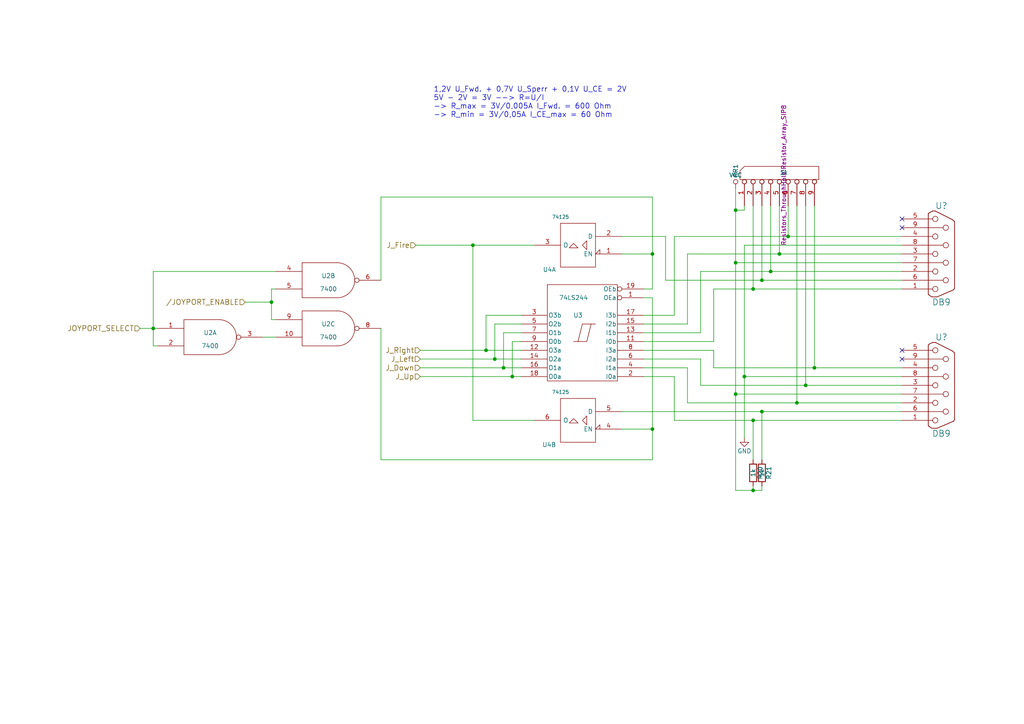
<source format=kicad_sch>
(kicad_sch (version 20211123) (generator eeschema)
  (paper "A4")
  (lib_symbols
    (symbol "io-rescue:7400" (pin_names (offset 0.762))
      (property "Reference" "U" (at 0 1.27 0))
      (property "Value" "7400" (at 0 -2.54 0))
      (symbol "7400_0_0"
        (pin power_in line (at -5.08 5.08 270) (length 0) hide (name "VCC") (number "14"))
        (pin power_in line (at -5.08 -5.08 90) (length 0) hide (name "GND") (number "7"))
      )
      (symbol "7400_0_1"
        (polyline (pts (xy 2.54 5.08) (xy -7.62 5.08) (xy -7.62 -5.08) (xy 2.54 -5.08)))
        (arc (start 2.54 -5.08) (mid 7.62 0) (end 2.54 5.08))
      )
      (symbol "7400_0_2"
        (arc (start -7.62 -5.08) (mid -5.2253 0) (end -7.62 5.08))
        (arc (start 0 -5.08) (mid 4.5408 -3.6305) (end 7.62 0))
        (polyline (pts (xy -7.62 -5.08) (xy 0 -5.08)))
        (polyline (pts (xy -7.62 5.08) (xy 0 5.08)))
        (arc (start 7.62 0) (mid 4.5343 3.6226) (end 0 5.08))
      )
      (symbol "7400_1_1"
        (pin input line (at -15.24 2.54 0) (length 7.62) (name "~") (number "1"))
        (pin input line (at -15.24 -2.54 0) (length 7.62) (name "~") (number "2"))
        (pin output inverted (at 15.24 0 180) (length 7.62) (name "~") (number "3"))
      )
      (symbol "7400_1_2"
        (pin input inverted (at -15.24 2.54 0) (length 9.398) (name "~") (number "1"))
        (pin input inverted (at -15.24 -2.54 0) (length 9.398) (name "~") (number "2"))
        (pin output line (at 15.24 0 180) (length 7.62) (name "~") (number "3"))
      )
      (symbol "7400_2_1"
        (pin input line (at -15.24 2.54 0) (length 7.62) (name "~") (number "4"))
        (pin input line (at -15.24 -2.54 0) (length 7.62) (name "~") (number "5"))
        (pin output inverted (at 15.24 0 180) (length 7.62) (name "~") (number "6"))
      )
      (symbol "7400_2_2"
        (pin input inverted (at -15.24 2.54 0) (length 9.398) (name "~") (number "4"))
        (pin input inverted (at -15.24 -2.54 0) (length 9.398) (name "~") (number "5"))
        (pin output line (at 15.24 0 180) (length 7.62) (name "~") (number "6"))
      )
      (symbol "7400_3_1"
        (pin input line (at -15.24 -2.54 0) (length 7.62) (name "~") (number "10"))
        (pin output inverted (at 15.24 0 180) (length 7.62) (name "~") (number "8"))
        (pin input line (at -15.24 2.54 0) (length 7.62) (name "~") (number "9"))
      )
      (symbol "7400_3_2"
        (pin input inverted (at -15.24 -2.54 0) (length 9.398) (name "~") (number "10"))
        (pin output line (at 15.24 0 180) (length 7.62) (name "~") (number "8"))
        (pin input inverted (at -15.24 2.54 0) (length 9.398) (name "~") (number "9"))
      )
      (symbol "7400_4_1"
        (pin output inverted (at 15.24 0 180) (length 7.62) (name "~") (number "11"))
        (pin input line (at -15.24 2.54 0) (length 7.62) (name "~") (number "12"))
        (pin input line (at -15.24 -2.54 0) (length 7.62) (name "~") (number "13"))
      )
      (symbol "7400_4_2"
        (pin output line (at 15.24 0 180) (length 7.62) (name "~") (number "11"))
        (pin input inverted (at -15.24 2.54 0) (length 9.398) (name "~") (number "12"))
        (pin input inverted (at -15.24 -2.54 0) (length 9.398) (name "~") (number "13"))
      )
    )
    (symbol "io-rescue:74125" (pin_names (offset 0.762))
      (property "Reference" "U" (at 6.35 6.35 0))
      (property "Value" "74125" (at 2.54 -7.62 0))
      (symbol "74125_0_1"
        (rectangle (start -5.08 6.35) (end 5.08 -6.35))
        (polyline (pts (xy -2.54 1.27) (xy -2.54 -1.27) (xy -1.27 0) (xy -2.54 1.27) (xy -2.54 1.27)))
        (polyline (pts (xy 0 0.762) (xy 2.54 0.762) (xy 1.27 -0.508) (xy 0 0.762) (xy 0 0.762)))
        (pin power_in line (at 0 6.35 270) (length 0) hide (name "VCC") (number "14"))
        (pin power_in line (at 0 -6.35 90) (length 0) hide (name "GND") (number "7"))
      )
      (symbol "74125_1_0"
        (pin input input_low (at -12.7 2.54 0) (length 7.62) (name "EN") (number "1"))
      )
      (symbol "74125_1_1"
        (pin input line (at -12.7 -2.54 0) (length 7.62) (name "D") (number "2"))
        (pin tri_state line (at 12.7 0 180) (length 7.62) (name "O") (number "3"))
      )
      (symbol "74125_2_0"
        (pin input input_low (at -12.7 2.54 0) (length 7.62) (name "EN") (number "4"))
      )
      (symbol "74125_2_1"
        (pin input line (at -12.7 -2.54 0) (length 7.62) (name "D") (number "5"))
        (pin tri_state line (at 12.7 0 180) (length 7.62) (name "O") (number "6"))
      )
      (symbol "74125_3_0"
        (pin input input_low (at -12.7 2.54 0) (length 7.62) (name "EN") (number "10"))
      )
      (symbol "74125_3_1"
        (pin tri_state line (at 12.7 0 180) (length 7.62) (name "O") (number "8"))
        (pin input line (at -12.7 -2.54 0) (length 7.62) (name "D") (number "9"))
      )
      (symbol "74125_4_0"
        (pin input input_low (at -12.7 2.54 0) (length 7.62) (name "EN") (number "13"))
      )
      (symbol "74125_4_1"
        (pin tri_state line (at 12.7 0 180) (length 7.62) (name "O") (number "11"))
        (pin input line (at -12.7 -2.54 0) (length 7.62) (name "D") (number "12"))
      )
    )
    (symbol "io-rescue:74LS244" (pin_names (offset 0.254))
      (property "Reference" "U" (at 1.27 -5.08 0))
      (property "Value" "74LS244" (at 2.54 -10.16 0))
      (symbol "74LS244_0_0"
        (pin power_in line (at -7.62 -13.97 90) (length 0) hide (name "GND") (number "10"))
        (pin power_in line (at -7.62 13.97 90) (length 0) hide (name "VCC") (number "20"))
      )
      (symbol "74LS244_0_1"
        (rectangle (start -10.16 13.97) (end 10.16 -13.97))
        (polyline (pts (xy 1.27 2.54) (xy 0 -2.54) (xy -2.54 -2.54)))
        (polyline (pts (xy 2.54 2.54) (xy -1.27 2.54) (xy -2.54 -2.54) (xy -3.81 -2.54)))
      )
      (symbol "74LS244_1_1"
        (pin input inverted (at -17.78 -10.16 0) (length 7.62) (name "OEa") (number "1"))
        (pin input line (at -17.78 2.54 0) (length 7.62) (name "I0b") (number "11"))
        (pin tri_state line (at 17.78 5.08 180) (length 7.62) (name "O3a") (number "12"))
        (pin input line (at -17.78 0 0) (length 7.62) (name "I1b") (number "13"))
        (pin tri_state line (at 17.78 7.62 180) (length 7.62) (name "O2a") (number "14"))
        (pin input line (at -17.78 -2.54 0) (length 7.62) (name "I2b") (number "15"))
        (pin tri_state line (at 17.78 10.16 180) (length 7.62) (name "O1a") (number "16"))
        (pin input line (at -17.78 -5.08 0) (length 7.62) (name "I3b") (number "17"))
        (pin tri_state line (at 17.78 12.7 180) (length 7.62) (name "O0a") (number "18"))
        (pin input inverted (at -17.78 -12.7 0) (length 7.62) (name "OEb") (number "19"))
        (pin input line (at -17.78 12.7 0) (length 7.62) (name "I0a") (number "2"))
        (pin tri_state line (at 17.78 -5.08 180) (length 7.62) (name "O3b") (number "3"))
        (pin input line (at -17.78 10.16 0) (length 7.62) (name "I1a") (number "4"))
        (pin tri_state line (at 17.78 -2.54 180) (length 7.62) (name "O2b") (number "5"))
        (pin input line (at -17.78 7.62 0) (length 7.62) (name "I2a") (number "6"))
        (pin tri_state line (at 17.78 0 180) (length 7.62) (name "O1b") (number "7"))
        (pin input line (at -17.78 5.08 0) (length 7.62) (name "I3a") (number "8"))
        (pin tri_state line (at 17.78 2.54 180) (length 7.62) (name "O0b") (number "9"))
      )
    )
    (symbol "io-rescue:DB9" (pin_names (offset 1.016) hide)
      (property "Reference" "J" (at 0 13.97 0))
      (property "Value" "DB9" (at 0 -13.97 0))
      (symbol "DB9_0_1"
        (circle (center -1.778 -10.16) (radius 0.762))
        (circle (center -1.778 -5.08) (radius 0.762))
        (circle (center -1.778 0) (radius 0.762))
        (circle (center -1.778 5.08) (radius 0.762))
        (circle (center -1.778 10.16) (radius 0.762))
        (polyline (pts (xy -3.81 -11.684) (xy -3.81 11.684)) (stroke (width 0.2032)))
        (polyline (pts (xy -3.81 -11.6586) (xy -3.556 -11.938)) (stroke (width 0.2032)))
        (polyline (pts (xy -3.81 -10.16) (xy -2.54 -10.16)))
        (polyline (pts (xy -3.81 -7.62) (xy 0.508 -7.62)))
        (polyline (pts (xy -3.81 -5.08) (xy -2.54 -5.08)))
        (polyline (pts (xy -3.81 -2.54) (xy 0.508 -2.54)))
        (polyline (pts (xy -3.81 0) (xy -2.54 0)))
        (polyline (pts (xy -3.81 2.54) (xy 0.508 2.54)))
        (polyline (pts (xy -3.81 5.08) (xy -2.54 5.08)))
        (polyline (pts (xy -3.81 7.62) (xy 0.508 7.62)))
        (polyline (pts (xy -3.81 10.16) (xy -2.54 10.16)))
        (polyline (pts (xy -3.556 -11.938) (xy -2.794 -12.446)) (stroke (width 0.2032)))
        (polyline (pts (xy -3.556 11.938) (xy -3.81 11.684)) (stroke (width 0.2032)))
        (polyline (pts (xy -3.556 11.938) (xy -2.54 12.446)) (stroke (width 0.2032)))
        (polyline (pts (xy -2.794 -12.446) (xy -1.27 -12.446)) (stroke (width 0.2032)))
        (polyline (pts (xy -2.54 12.446) (xy -1.778 12.446)) (stroke (width 0.2032)))
        (polyline (pts (xy 3.2766 9.906) (xy -1.778 12.446)) (stroke (width 0.2032)))
        (polyline (pts (xy 3.2766 9.906) (xy 3.81 9.398)) (stroke (width 0.2032)))
        (polyline (pts (xy 3.556 -10.3886) (xy -1.27 -12.446)) (stroke (width 0.2032)))
        (polyline (pts (xy 3.81 -9.906) (xy 3.556 -10.3886)) (stroke (width 0.2032)))
        (polyline (pts (xy 3.81 9.398) (xy 3.81 -9.906)) (stroke (width 0.2032)))
        (circle (center 1.27 -7.62) (radius 0.762))
        (circle (center 1.27 -2.54) (radius 0.762))
        (circle (center 1.27 2.54) (radius 0.762))
        (circle (center 1.27 7.62) (radius 0.762))
      )
      (symbol "DB9_1_1"
        (pin passive line (at -11.43 -10.16 0) (length 7.62) (name "1") (number "1"))
        (pin passive line (at -11.43 -5.08 0) (length 7.62) (name "2") (number "2"))
        (pin passive line (at -11.43 0 0) (length 7.62) (name "3") (number "3"))
        (pin passive line (at -11.43 5.08 0) (length 7.62) (name "4") (number "4"))
        (pin passive line (at -11.43 10.16 0) (length 7.62) (name "5") (number "5"))
        (pin passive line (at -11.43 -7.62 0) (length 7.62) (name "P6") (number "6"))
        (pin passive line (at -11.43 -2.54 0) (length 7.62) (name "P7") (number "7"))
        (pin passive line (at -11.43 2.54 0) (length 7.62) (name "P8") (number "8"))
        (pin passive line (at -11.43 7.62 0) (length 7.62) (name "P9") (number "9"))
      )
    )
    (symbol "io-rescue:GND" (power) (pin_names (offset 0))
      (property "Value" "GND" (at 0 -3.81 0))
      (symbol "GND_0_1"
        (polyline (pts (xy 0 0) (xy 0 -1.27) (xy 1.27 -1.27) (xy 0 -2.54) (xy -1.27 -1.27) (xy 0 -1.27)))
      )
      (symbol "GND_1_1"
        (pin power_in line (at 0 0 270) (length 0) hide (name "GND") (number "1"))
      )
    )
    (symbol "io-rescue:R" (pin_numbers hide) (pin_names (offset 0))
      (property "Reference" "R" (at 2.032 0 90))
      (property "Value" "R" (at 0 0 90))
      (symbol "R_0_1"
        (rectangle (start -1.016 -2.54) (end 1.016 2.54) (stroke (width 0.254)))
      )
      (symbol "R_1_1"
        (pin passive line (at 0 3.81 270) (length 1.27) (name "~") (number "1"))
        (pin passive line (at 0 -3.81 90) (length 1.27) (name "~") (number "2"))
      )
    )
    (symbol "io-rescue:RR8" (pin_names (offset 1.016) hide)
      (property "Reference" "RR" (at 1.27 13.97 0))
      (property "Value" "RR8" (at 0.762 0 90))
      (symbol "RR8_0_1"
        (polyline (pts (xy -1.27 -10.16) (xy -1.27 12.7) (xy 1.27 12.7) (xy 2.54 11.43) (xy 2.54 -10.16) (xy -1.27 -10.16)))
      )
      (symbol "RR8_1_1"
        (pin passive inverted (at -8.89 11.43 0) (length 7.62) (name "COM") (number "1"))
        (pin passive inverted (at -8.89 8.89 0) (length 7.62) (name "2") (number "2"))
        (pin passive inverted (at -8.89 6.35 0) (length 7.62) (name "3") (number "3"))
        (pin passive inverted (at -8.89 3.81 0) (length 7.62) (name "4") (number "4"))
        (pin passive inverted (at -8.89 1.27 0) (length 7.62) (name "5") (number "5"))
        (pin passive inverted (at -8.89 -1.27 0) (length 7.62) (name "6") (number "6"))
        (pin passive inverted (at -8.89 -3.81 0) (length 7.62) (name "7") (number "7"))
        (pin passive inverted (at -8.89 -6.35 0) (length 7.62) (name "8") (number "8"))
        (pin passive inverted (at -8.89 -8.89 0) (length 7.62) (name "9") (number "9"))
      )
    )
    (symbol "io-rescue:VCC" (power) (pin_names (offset 0))
      (property "Value" "VCC" (at 0 3.81 0))
      (symbol "VCC_0_1"
        (polyline (pts (xy 0 0) (xy 0 1.27)))
        (circle (center 0 1.905) (radius 0.635))
      )
      (symbol "VCC_1_1"
        (pin power_in line (at 0 0 90) (length 0) hide (name "VCC") (number "1"))
      )
    )
  )
  (junction (at 78.74 87.63))
  (junction (at 220.98 81.28))
  (junction (at 44.45 95.25))
  (junction (at 146.05 106.68))
  (junction (at 218.44 142.24))
  (junction (at 223.52 78.74))
  (junction (at 148.59 109.22))
  (junction (at 220.98 119.38))
  (junction (at 218.44 121.92))
  (junction (at 213.36 60.96))
  (junction (at 218.44 83.82))
  (junction (at 143.51 104.14))
  (junction (at 213.36 114.3))
  (junction (at 137.16 71.12))
  (junction (at 189.23 73.66))
  (junction (at 189.23 124.46))
  (junction (at 233.68 111.76))
  (junction (at 231.14 116.84))
  (junction (at 226.06 73.66))
  (junction (at 213.36 76.2))
  (junction (at 140.97 101.6))
  (junction (at 236.22 106.68))
  (junction (at 228.6 68.58))
  (junction (at 215.9 109.22))
  (no_connect (at 261.62 63.5))
  (no_connect (at 261.62 104.14))
  (no_connect (at 261.62 101.6))
  (no_connect (at 261.62 66.04))
  (wire (pts (xy 207.01 106.68) (xy 236.22 106.68)))
  (wire (pts (xy 44.45 95.25) (xy 44.45 100.33)))
  (wire (pts (xy 220.98 81.28) (xy 261.62 81.28)))
  (wire (pts (xy 213.36 114.3) (xy 213.36 142.24)))
  (wire (pts (xy 203.2 78.74) (xy 203.2 96.52)))
  (wire (pts (xy 203.2 96.52) (xy 186.69 96.52)))
  (wire (pts (xy 78.74 83.82) (xy 78.74 87.63)))
  (wire (pts (xy 137.16 121.92) (xy 137.16 71.12)))
  (wire (pts (xy 231.14 59.69) (xy 231.14 116.84)))
  (wire (pts (xy 228.6 68.58) (xy 261.62 68.58)))
  (wire (pts (xy 233.68 59.69) (xy 233.68 111.76)))
  (wire (pts (xy 44.45 100.33) (xy 45.72 100.33)))
  (wire (pts (xy 195.58 121.92) (xy 218.44 121.92)))
  (wire (pts (xy 44.45 95.25) (xy 45.72 95.25)))
  (wire (pts (xy 223.52 78.74) (xy 261.62 78.74)))
  (wire (pts (xy 199.39 106.68) (xy 186.69 106.68)))
  (wire (pts (xy 151.13 99.06) (xy 148.59 99.06)))
  (wire (pts (xy 195.58 109.22) (xy 186.69 109.22)))
  (wire (pts (xy 180.34 119.38) (xy 220.98 119.38)))
  (wire (pts (xy 203.2 111.76) (xy 203.2 104.14)))
  (wire (pts (xy 195.58 121.92) (xy 195.58 109.22)))
  (wire (pts (xy 213.36 76.2) (xy 261.62 76.2)))
  (wire (pts (xy 189.23 73.66) (xy 189.23 83.82)))
  (wire (pts (xy 218.44 121.92) (xy 261.62 121.92)))
  (wire (pts (xy 78.74 87.63) (xy 71.12 87.63)))
  (wire (pts (xy 78.74 92.71) (xy 80.01 92.71)))
  (wire (pts (xy 44.45 78.74) (xy 80.01 78.74)))
  (wire (pts (xy 218.44 142.24) (xy 220.98 142.24)))
  (wire (pts (xy 220.98 142.24) (xy 220.98 140.97)))
  (wire (pts (xy 146.05 96.52) (xy 146.05 106.68)))
  (wire (pts (xy 180.34 73.66) (xy 189.23 73.66)))
  (wire (pts (xy 226.06 73.66) (xy 261.62 73.66)))
  (wire (pts (xy 233.68 111.76) (xy 261.62 111.76)))
  (wire (pts (xy 44.45 78.74) (xy 44.45 95.25)))
  (wire (pts (xy 110.49 57.15) (xy 189.23 57.15)))
  (wire (pts (xy 207.01 83.82) (xy 218.44 83.82)))
  (wire (pts (xy 218.44 121.92) (xy 218.44 133.35)))
  (wire (pts (xy 143.51 104.14) (xy 151.13 104.14)))
  (wire (pts (xy 78.74 87.63) (xy 78.74 92.71)))
  (wire (pts (xy 189.23 83.82) (xy 186.69 83.82)))
  (wire (pts (xy 220.98 119.38) (xy 261.62 119.38)))
  (wire (pts (xy 226.06 59.69) (xy 226.06 73.66)))
  (wire (pts (xy 203.2 111.76) (xy 233.68 111.76)))
  (wire (pts (xy 213.36 142.24) (xy 218.44 142.24)))
  (wire (pts (xy 195.58 91.44) (xy 186.69 91.44)))
  (wire (pts (xy 199.39 116.84) (xy 199.39 106.68)))
  (wire (pts (xy 215.9 71.12) (xy 261.62 71.12)))
  (wire (pts (xy 189.23 124.46) (xy 180.34 124.46)))
  (wire (pts (xy 140.97 91.44) (xy 140.97 101.6)))
  (wire (pts (xy 186.69 99.06) (xy 207.01 99.06)))
  (wire (pts (xy 207.01 101.6) (xy 207.01 106.68)))
  (wire (pts (xy 193.04 68.58) (xy 193.04 81.28)))
  (wire (pts (xy 215.9 71.12) (xy 215.9 109.22)))
  (wire (pts (xy 215.9 109.22) (xy 261.62 109.22)))
  (wire (pts (xy 199.39 73.66) (xy 226.06 73.66)))
  (wire (pts (xy 223.52 59.69) (xy 223.52 78.74)))
  (wire (pts (xy 121.92 109.22) (xy 148.59 109.22)))
  (wire (pts (xy 110.49 95.25) (xy 110.49 133.35)))
  (wire (pts (xy 236.22 59.69) (xy 236.22 106.68)))
  (wire (pts (xy 213.36 60.96) (xy 213.36 76.2)))
  (wire (pts (xy 180.34 68.58) (xy 193.04 68.58)))
  (wire (pts (xy 199.39 93.98) (xy 199.39 73.66)))
  (wire (pts (xy 189.23 124.46) (xy 189.23 133.35)))
  (wire (pts (xy 110.49 133.35) (xy 189.23 133.35)))
  (wire (pts (xy 215.9 60.96) (xy 213.36 60.96)))
  (wire (pts (xy 151.13 91.44) (xy 140.97 91.44)))
  (wire (pts (xy 218.44 59.69) (xy 218.44 83.82)))
  (wire (pts (xy 140.97 101.6) (xy 151.13 101.6)))
  (wire (pts (xy 186.69 93.98) (xy 199.39 93.98)))
  (wire (pts (xy 143.51 93.98) (xy 143.51 104.14)))
  (wire (pts (xy 218.44 142.24) (xy 218.44 140.97)))
  (wire (pts (xy 203.2 78.74) (xy 223.52 78.74)))
  (wire (pts (xy 228.6 59.69) (xy 228.6 68.58)))
  (wire (pts (xy 220.98 59.69) (xy 220.98 81.28)))
  (wire (pts (xy 189.23 86.36) (xy 189.23 124.46)))
  (wire (pts (xy 151.13 96.52) (xy 146.05 96.52)))
  (wire (pts (xy 76.2 97.79) (xy 80.01 97.79)))
  (wire (pts (xy 199.39 116.84) (xy 231.14 116.84)))
  (wire (pts (xy 78.74 83.82) (xy 80.01 83.82)))
  (wire (pts (xy 40.64 95.25) (xy 44.45 95.25)))
  (wire (pts (xy 121.92 101.6) (xy 140.97 101.6)))
  (wire (pts (xy 215.9 109.22) (xy 215.9 127)))
  (wire (pts (xy 148.59 109.22) (xy 151.13 109.22)))
  (wire (pts (xy 220.98 119.38) (xy 220.98 133.35)))
  (wire (pts (xy 189.23 57.15) (xy 189.23 73.66)))
  (wire (pts (xy 218.44 83.82) (xy 261.62 83.82)))
  (wire (pts (xy 137.16 71.12) (xy 154.94 71.12)))
  (wire (pts (xy 236.22 106.68) (xy 261.62 106.68)))
  (wire (pts (xy 203.2 104.14) (xy 186.69 104.14)))
  (wire (pts (xy 186.69 101.6) (xy 207.01 101.6)))
  (wire (pts (xy 146.05 106.68) (xy 151.13 106.68)))
  (wire (pts (xy 195.58 68.58) (xy 195.58 91.44)))
  (wire (pts (xy 120.65 71.12) (xy 137.16 71.12)))
  (wire (pts (xy 195.58 68.58) (xy 228.6 68.58)))
  (wire (pts (xy 213.36 54.61) (xy 213.36 60.96)))
  (wire (pts (xy 110.49 81.28) (xy 110.49 57.15)))
  (wire (pts (xy 137.16 121.92) (xy 154.94 121.92)))
  (wire (pts (xy 213.36 76.2) (xy 213.36 114.3)))
  (wire (pts (xy 151.13 93.98) (xy 143.51 93.98)))
  (wire (pts (xy 121.92 104.14) (xy 143.51 104.14)))
  (wire (pts (xy 186.69 86.36) (xy 189.23 86.36)))
  (wire (pts (xy 193.04 81.28) (xy 220.98 81.28)))
  (wire (pts (xy 207.01 99.06) (xy 207.01 83.82)))
  (wire (pts (xy 215.9 59.69) (xy 215.9 60.96)))
  (wire (pts (xy 121.92 106.68) (xy 146.05 106.68)))
  (wire (pts (xy 231.14 116.84) (xy 261.62 116.84)))
  (wire (pts (xy 148.59 99.06) (xy 148.59 109.22)))
  (wire (pts (xy 213.36 114.3) (xy 261.62 114.3)))
  (text "1,2V U_Fwd. + 0,7V U_Sperr + 0,1V U_CE = 2V \n5V - 2V = 3V --> R=U/I \n-> R_max = 3V/0,005A I_Fwd. = 600 Ohm\n-> R_min = 3V/0,05A I_CE_max = 60 Ohm" (at 125.73 34.29 0) (effects (font (size 1.524 1.524)) (justify left bottom)))
  (hierarchical_label "J_Fire" (shape input) (at 120.65 71.12 180) (effects (font (size 1.524 1.524))))
  (hierarchical_label "J_Left" (shape input) (at 121.92 104.14 180) (effects (font (size 1.524 1.524))))
  (hierarchical_label "JOYPORT_SELECT" (shape input) (at 40.64 95.25 180) (effects (font (size 1.524 1.524))))
  (hierarchical_label "J_Down" (shape input) (at 121.92 106.68 180) (effects (font (size 1.524 1.524))))
  (hierarchical_label "/JOYPORT_ENABLE" (shape input) (at 71.12 87.63 180) (effects (font (size 1.524 1.524))))
  (hierarchical_label "J_Up" (shape input) (at 121.92 109.22 180) (effects (font (size 1.524 1.524))))
  (hierarchical_label "J_Right" (shape input) (at 121.92 101.6 180) (effects (font (size 1.524 1.524))))
  (symbol (lib_id "io-rescue:DB9") (at 273.05 73.66 0) (unit 1)
    (property "Value" "DB9" (at 273.05 87.63 0) (effects (font (size 1.778 1.778))))
    (property "Footprint" "Connect:DB9MC" (effects hide))
  )
  (symbol (lib_id "io-rescue:DB9") (at 273.05 111.76 0) (unit 1)
    (property "Value" "DB9" (at 273.05 125.73 0) (effects (font (size 1.778 1.778))))
    (property "Footprint" "Connect:DB9MC" (effects hide))
  )
  (symbol (lib_id "io-rescue:7400") (at 60.96 97.79 0) (unit 1)
    (property "Reference" "U2" (at 60.96 96.52 0))
    (property "Value" "7400" (at 60.96 100.33 0))
    (property "Footprint" "Housings_DIP:DIP-14_W7.62mm_LongPads" (effects hide))
  )
  (symbol (lib_id "io-rescue:7400") (at 95.25 81.28 0) (unit 2)
    (property "Reference" "U2" (at 95.25 80.01 0))
    (property "Value" "7400" (at 95.25 83.82 0))
    (property "Footprint" "Housings_DIP:DIP-14_W7.62mm_LongPads" (effects hide))
  )
  (symbol (lib_id "io-rescue:7400") (at 95.25 95.25 0) (unit 3)
    (property "Reference" "U2" (at 95.25 93.98 0))
    (property "Value" "7400" (at 95.25 97.79 0))
    (property "Footprint" "Housings_DIP:DIP-14_W7.62mm_LongPads" (effects hide))
  )
  (symbol (lib_id "io-rescue:74LS244") (at 168.91 96.52 180) (unit 1)
    (property "Reference" "U3" (at 167.64 91.44 0))
    (property "Value" "74LS244" (at 166.37 86.36 0))
    (property "Footprint" "Housings_DIP:DIP-20_W7.62mm_LongPads" (effects hide))
  )
  (symbol (lib_id "io-rescue:74125") (at 167.64 71.12 180) (unit 1)
    (property "Reference" "U4" (at 161.29 77.47 0) (effects (justify left bottom)))
    (property "Value" "74125" (at 165.1 63.5 0) (effects (font (size 1.016 1.016)) (justify left top)))
    (property "Footprint" "Housings_DIP:DIP-14_W7.62mm_LongPads" (effects hide))
  )
  (symbol (lib_id "io-rescue:74125") (at 167.64 121.92 180) (unit 2)
    (property "Reference" "U4" (at 161.29 128.27 0) (effects (justify left bottom)))
    (property "Value" "74125" (at 165.1 114.3 0) (effects (font (size 1.016 1.016)) (justify left top)))
    (property "Footprint" "Housings_DIP:DIP-14_W7.62mm_LongPads" (effects hide))
  )
  (symbol (lib_id "io-rescue:GND") (at 215.9 127 0) (unit 1)
    (property "Reference" "#PWR035" (effects hide))
    (property "Value" "GND" (at 215.9 130.81 0))
  )
  (symbol (lib_id "io-rescue:VCC") (at 213.36 54.61 0) (unit 1)
    (property "Reference" "#PWR036" (effects hide))
    (property "Value" "VCC" (at 213.36 50.8 0))
  )
  (symbol (lib_id "io-rescue:RR8") (at 227.33 50.8 90) (unit 1)
    (property "Reference" "RR1" (at 213.36 49.53 0))
    (property "Value" "1k" (at 227.33 50.038 90))
    (property "Footprint" "Resistors_ThroughHole:Resistor_Array_SIP8" (at 227.33 50.8 0))
  )
  (symbol (lib_id "io-rescue:R") (at 218.44 137.16 0) (unit 1)
    (property "Reference" "R20" (at 220.472 137.16 90))
    (property "Value" "1k" (at 218.44 137.16 90))
    (property "Footprint" "Resistors_ThroughHole:Resistor_Horizontal_RM7mm" (effects hide))
  )
  (symbol (lib_id "io-rescue:R") (at 220.98 137.16 0) (unit 1)
    (property "Reference" "R21" (at 223.012 137.16 90))
    (property "Value" "1k" (at 220.98 137.16 90))
    (property "Footprint" "Resistors_ThroughHole:Resistor_Horizontal_RM7mm" (effects hide))
  )
)
</source>
